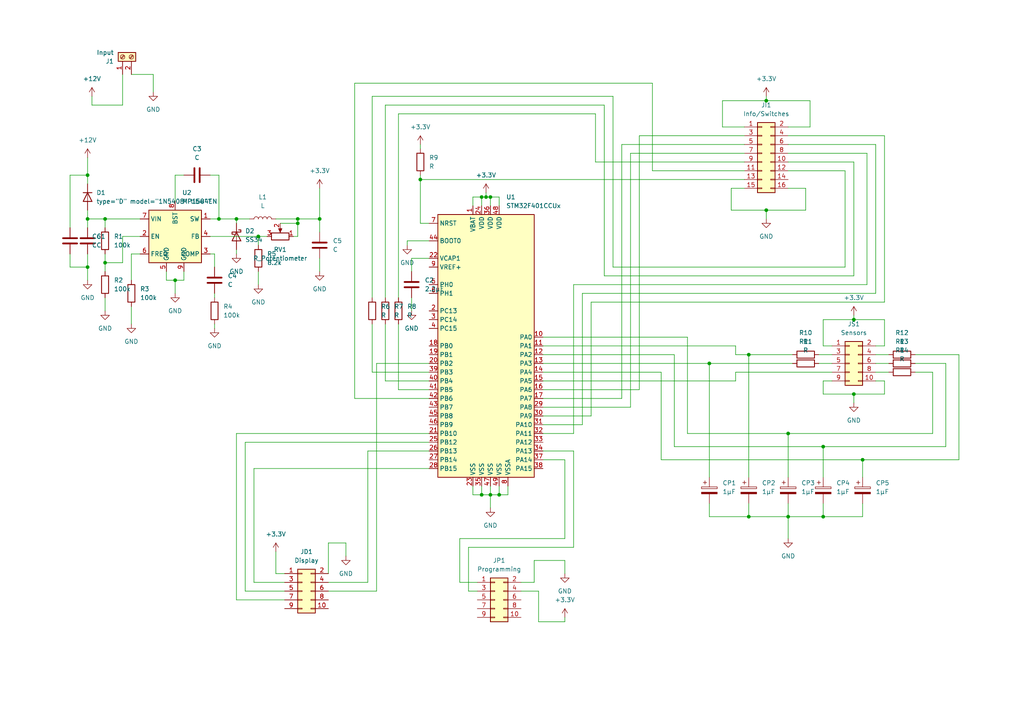
<source format=kicad_sch>
(kicad_sch (version 20211123) (generator eeschema)
  (paper "A4")
  (lib_symbols
    (symbol "Connector:Screw_Terminal_01x02" (pin_names (offset 1.016) hide)
      (property "Reference" "J" (at 0 2.54 0))
      (property "Value" "Screw_Terminal_01x02" (at 0 -5.08 0))
      (symbol "Screw_Terminal_01x02_1_1"
        (rectangle (start -1.27 1.27) (end 1.27 -3.81) (stroke (width 0.254)) (fill (type background)))
        (circle (center 0 -2.54) (radius 0.635) (stroke (width 0.1524)))
        (polyline (pts (xy -0.5334 -2.2098) (xy 0.3302 -3.048)) (stroke (width 0.1524)))
        (polyline (pts (xy -0.5334 0.3302) (xy 0.3302 -0.508)) (stroke (width 0.1524)))
        (polyline (pts (xy -0.3556 -2.032) (xy 0.508 -2.8702)) (stroke (width 0.1524)))
        (polyline (pts (xy -0.3556 0.508) (xy 0.508 -0.3302)) (stroke (width 0.1524)))
        (circle (center 0 0) (radius 0.635) (stroke (width 0.1524)))
        (pin passive line (at -5.08 0 0) (length 3.81) (name "Pin_1") (number "1"))
        (pin passive line (at -5.08 -2.54 0) (length 3.81) (name "Pin_2") (number "2"))
      )
    )
    (symbol "Connector_Generic:Conn_02x05_Odd_Even" (pin_names (offset 1.016) hide)
      (property "Reference" "J" (at 1.27 7.62 0))
      (property "Value" "Conn_02x05_Odd_Even" (at 1.27 -7.62 0))
      (symbol "Conn_02x05_Odd_Even_1_1"
        (rectangle (start -1.27 -4.953) (end 0 -5.207) (stroke (width 0.1524)))
        (rectangle (start -1.27 -2.413) (end 0 -2.667) (stroke (width 0.1524)))
        (rectangle (start -1.27 0.127) (end 0 -0.127) (stroke (width 0.1524)))
        (rectangle (start -1.27 2.667) (end 0 2.413) (stroke (width 0.1524)))
        (rectangle (start -1.27 5.207) (end 0 4.953) (stroke (width 0.1524)))
        (rectangle (start -1.27 6.35) (end 3.81 -6.35) (stroke (width 0.254)) (fill (type background)))
        (rectangle (start 3.81 -4.953) (end 2.54 -5.207) (stroke (width 0.1524)))
        (rectangle (start 3.81 -2.413) (end 2.54 -2.667) (stroke (width 0.1524)))
        (rectangle (start 3.81 0.127) (end 2.54 -0.127) (stroke (width 0.1524)))
        (rectangle (start 3.81 2.667) (end 2.54 2.413) (stroke (width 0.1524)))
        (rectangle (start 3.81 5.207) (end 2.54 4.953) (stroke (width 0.1524)))
        (pin passive line (at -5.08 5.08 0) (length 3.81) (name "Pin_1") (number "1"))
        (pin passive line (at 7.62 -5.08 180) (length 3.81) (name "Pin_10") (number "10"))
        (pin passive line (at 7.62 5.08 180) (length 3.81) (name "Pin_2") (number "2"))
        (pin passive line (at -5.08 2.54 0) (length 3.81) (name "Pin_3") (number "3"))
        (pin passive line (at 7.62 2.54 180) (length 3.81) (name "Pin_4") (number "4"))
        (pin passive line (at -5.08 0 0) (length 3.81) (name "Pin_5") (number "5"))
        (pin passive line (at 7.62 0 180) (length 3.81) (name "Pin_6") (number "6"))
        (pin passive line (at -5.08 -2.54 0) (length 3.81) (name "Pin_7") (number "7"))
        (pin passive line (at 7.62 -2.54 180) (length 3.81) (name "Pin_8") (number "8"))
        (pin passive line (at -5.08 -5.08 0) (length 3.81) (name "Pin_9") (number "9"))
      )
    )
    (symbol "Connector_Generic:Conn_02x08_Odd_Even" (pin_names (offset 1.016) hide)
      (property "Reference" "J" (at 1.27 10.16 0))
      (property "Value" "Conn_02x08_Odd_Even" (at 1.27 -12.7 0))
      (symbol "Conn_02x08_Odd_Even_1_1"
        (rectangle (start -1.27 -10.033) (end 0 -10.287) (stroke (width 0.1524)))
        (rectangle (start -1.27 -7.493) (end 0 -7.747) (stroke (width 0.1524)))
        (rectangle (start -1.27 -4.953) (end 0 -5.207) (stroke (width 0.1524)))
        (rectangle (start -1.27 -2.413) (end 0 -2.667) (stroke (width 0.1524)))
        (rectangle (start -1.27 0.127) (end 0 -0.127) (stroke (width 0.1524)))
        (rectangle (start -1.27 2.667) (end 0 2.413) (stroke (width 0.1524)))
        (rectangle (start -1.27 5.207) (end 0 4.953) (stroke (width 0.1524)))
        (rectangle (start -1.27 7.747) (end 0 7.493) (stroke (width 0.1524)))
        (rectangle (start -1.27 8.89) (end 3.81 -11.43) (stroke (width 0.254)) (fill (type background)))
        (rectangle (start 3.81 -10.033) (end 2.54 -10.287) (stroke (width 0.1524)))
        (rectangle (start 3.81 -7.493) (end 2.54 -7.747) (stroke (width 0.1524)))
        (rectangle (start 3.81 -4.953) (end 2.54 -5.207) (stroke (width 0.1524)))
        (rectangle (start 3.81 -2.413) (end 2.54 -2.667) (stroke (width 0.1524)))
        (rectangle (start 3.81 0.127) (end 2.54 -0.127) (stroke (width 0.1524)))
        (rectangle (start 3.81 2.667) (end 2.54 2.413) (stroke (width 0.1524)))
        (rectangle (start 3.81 5.207) (end 2.54 4.953) (stroke (width 0.1524)))
        (rectangle (start 3.81 7.747) (end 2.54 7.493) (stroke (width 0.1524)))
        (pin passive line (at -5.08 7.62 0) (length 3.81) (name "Pin_1") (number "1"))
        (pin passive line (at 7.62 -2.54 180) (length 3.81) (name "Pin_10") (number "10"))
        (pin passive line (at -5.08 -5.08 0) (length 3.81) (name "Pin_11") (number "11"))
        (pin passive line (at 7.62 -5.08 180) (length 3.81) (name "Pin_12") (number "12"))
        (pin passive line (at -5.08 -7.62 0) (length 3.81) (name "Pin_13") (number "13"))
        (pin passive line (at 7.62 -7.62 180) (length 3.81) (name "Pin_14") (number "14"))
        (pin passive line (at -5.08 -10.16 0) (length 3.81) (name "Pin_15") (number "15"))
        (pin passive line (at 7.62 -10.16 180) (length 3.81) (name "Pin_16") (number "16"))
        (pin passive line (at 7.62 7.62 180) (length 3.81) (name "Pin_2") (number "2"))
        (pin passive line (at -5.08 5.08 0) (length 3.81) (name "Pin_3") (number "3"))
        (pin passive line (at 7.62 5.08 180) (length 3.81) (name "Pin_4") (number "4"))
        (pin passive line (at -5.08 2.54 0) (length 3.81) (name "Pin_5") (number "5"))
        (pin passive line (at 7.62 2.54 180) (length 3.81) (name "Pin_6") (number "6"))
        (pin passive line (at -5.08 0 0) (length 3.81) (name "Pin_7") (number "7"))
        (pin passive line (at 7.62 0 180) (length 3.81) (name "Pin_8") (number "8"))
        (pin passive line (at -5.08 -2.54 0) (length 3.81) (name "Pin_9") (number "9"))
      )
    )
    (symbol "Device:C" (pin_numbers hide) (pin_names (offset 0.254))
      (property "Reference" "C" (at 0.635 2.54 0))
      (property "Value" "C" (at 0.635 -2.54 0))
      (symbol "C_0_1"
        (polyline (pts (xy -2.032 -0.762) (xy 2.032 -0.762)) (stroke (width 0.508)))
        (polyline (pts (xy -2.032 0.762) (xy 2.032 0.762)) (stroke (width 0.508)))
      )
      (symbol "C_1_1"
        (pin passive line (at 0 3.81 270) (length 2.794) (name "~") (number "1"))
        (pin passive line (at 0 -3.81 90) (length 2.794) (name "~") (number "2"))
      )
    )
    (symbol "Device:C_Polarized" (pin_numbers hide) (pin_names (offset 0.254))
      (property "Reference" "C" (at 0.635 2.54 0))
      (property "Value" "C_Polarized" (at 0.635 -2.54 0))
      (symbol "C_Polarized_0_1"
        (rectangle (start -2.286 0.508) (end 2.286 1.016))
        (polyline (pts (xy -1.778 2.286) (xy -0.762 2.286)))
        (polyline (pts (xy -1.27 2.794) (xy -1.27 1.778)))
        (rectangle (start 2.286 -0.508) (end -2.286 -1.016) (fill (type outline)))
      )
      (symbol "C_Polarized_1_1"
        (pin passive line (at 0 3.81 270) (length 2.794) (name "~") (number "1"))
        (pin passive line (at 0 -3.81 90) (length 2.794) (name "~") (number "2"))
      )
    )
    (symbol "Device:D_Schottky" (pin_numbers hide) (pin_names (offset 1.016) hide)
      (property "Reference" "D" (at 0 2.54 0))
      (property "Value" "D_Schottky" (at 0 -2.54 0))
      (symbol "D_Schottky_0_1"
        (polyline (pts (xy 1.27 0) (xy -1.27 0)))
        (polyline (pts (xy 1.27 1.27) (xy 1.27 -1.27) (xy -1.27 0) (xy 1.27 1.27)) (stroke (width 0.254)))
        (polyline (pts (xy -1.905 0.635) (xy -1.905 1.27) (xy -1.27 1.27) (xy -1.27 -1.27) (xy -0.635 -1.27) (xy -0.635 -0.635)) (stroke (width 0.254)))
      )
      (symbol "D_Schottky_1_1"
        (pin passive line (at -3.81 0 0) (length 2.54) (name "K") (number "1"))
        (pin passive line (at 3.81 0 180) (length 2.54) (name "A") (number "2"))
      )
    )
    (symbol "Device:L" (pin_numbers hide) (pin_names (offset 1.016) hide)
      (property "Reference" "L" (at -1.27 0 90))
      (property "Value" "L" (at 1.905 0 90))
      (symbol "L_0_1"
        (arc (start 0 -2.54) (mid 0.635 -1.905) (end 0 -1.27))
        (arc (start 0 -1.27) (mid 0.635 -0.635) (end 0 0))
        (arc (start 0 0) (mid 0.635 0.635) (end 0 1.27))
        (arc (start 0 1.27) (mid 0.635 1.905) (end 0 2.54))
      )
      (symbol "L_1_1"
        (pin passive line (at 0 3.81 270) (length 1.27) (name "1") (number "1"))
        (pin passive line (at 0 -3.81 90) (length 1.27) (name "2") (number "2"))
      )
    )
    (symbol "Device:R" (pin_numbers hide) (pin_names (offset 0))
      (property "Reference" "R" (at 2.032 0 90))
      (property "Value" "R" (at 0 0 90))
      (symbol "R_0_1"
        (rectangle (start -1.016 -2.54) (end 1.016 2.54) (stroke (width 0.254)))
      )
      (symbol "R_1_1"
        (pin passive line (at 0 3.81 270) (length 1.27) (name "~") (number "1"))
        (pin passive line (at 0 -3.81 90) (length 1.27) (name "~") (number "2"))
      )
    )
    (symbol "Device_custom:R_Potentiometer" (pin_names (offset 1.016) hide)
      (property "Reference" "RV" (at -4.445 0 90))
      (property "Value" "R_Potentiometer" (at -2.54 0 90))
      (symbol "R_Potentiometer_0_1"
        (polyline (pts (xy 2.54 0) (xy 1.524 0)))
        (polyline (pts (xy 1.143 0) (xy 2.286 0.508) (xy 2.286 -0.508) (xy 1.143 0)) (fill (type outline)))
        (rectangle (start 1.016 2.54) (end -1.016 -2.54) (stroke (width 0.254)))
      )
      (symbol "R_Potentiometer_1_1"
        (pin passive line (at 0 -3.81 90) (length 1.27) (name "1") (number "1"))
        (pin passive line (at 3.81 0 180) (length 1.27) (name "2") (number "2"))
        (pin passive line (at 0 3.81 270) (length 1.27) (name "3") (number "3"))
      )
    )
    (symbol "MCU_ST_STM32F4:STM32F401CCUx"
      (property "Reference" "U" (at -15.24 39.37 0))
      (property "Value" "STM32F401CCUx" (at 5.08 39.37 0))
      (symbol "STM32F401CCUx_0_1"
        (rectangle (start -15.24 -38.1) (end 12.7 38.1) (stroke (width 0.254)) (fill (type background)))
      )
      (symbol "STM32F401CCUx_1_1"
        (pin power_in line (at -5.08 40.64 270) (length 2.54) (name "VBAT") (number "1"))
        (pin bidirectional line (at 15.24 2.54 180) (length 2.54) (name "PA0") (number "10"))
        (pin bidirectional line (at 15.24 0 180) (length 2.54) (name "PA1") (number "11"))
        (pin bidirectional line (at 15.24 -2.54 180) (length 2.54) (name "PA2") (number "12"))
        (pin bidirectional line (at 15.24 -5.08 180) (length 2.54) (name "PA3") (number "13"))
        (pin bidirectional line (at 15.24 -7.62 180) (length 2.54) (name "PA4") (number "14"))
        (pin bidirectional line (at 15.24 -10.16 180) (length 2.54) (name "PA5") (number "15"))
        (pin bidirectional line (at 15.24 -12.7 180) (length 2.54) (name "PA6") (number "16"))
        (pin bidirectional line (at 15.24 -15.24 180) (length 2.54) (name "PA7") (number "17"))
        (pin bidirectional line (at -17.78 0 0) (length 2.54) (name "PB0") (number "18"))
        (pin bidirectional line (at -17.78 -2.54 0) (length 2.54) (name "PB1") (number "19"))
        (pin bidirectional line (at -17.78 10.16 0) (length 2.54) (name "PC13") (number "2"))
        (pin bidirectional line (at -17.78 -5.08 0) (length 2.54) (name "PB2") (number "20"))
        (pin bidirectional line (at -17.78 -25.4 0) (length 2.54) (name "PB10") (number "21"))
        (pin power_in line (at -17.78 25.4 0) (length 2.54) (name "VCAP1") (number "22"))
        (pin power_in line (at -5.08 -40.64 90) (length 2.54) (name "VSS") (number "23"))
        (pin power_in line (at -2.54 40.64 270) (length 2.54) (name "VDD") (number "24"))
        (pin bidirectional line (at -17.78 -27.94 0) (length 2.54) (name "PB12") (number "25"))
        (pin bidirectional line (at -17.78 -30.48 0) (length 2.54) (name "PB13") (number "26"))
        (pin bidirectional line (at -17.78 -33.02 0) (length 2.54) (name "PB14") (number "27"))
        (pin bidirectional line (at -17.78 -35.56 0) (length 2.54) (name "PB15") (number "28"))
        (pin bidirectional line (at 15.24 -17.78 180) (length 2.54) (name "PA8") (number "29"))
        (pin bidirectional line (at -17.78 7.62 0) (length 2.54) (name "PC14") (number "3"))
        (pin bidirectional line (at 15.24 -20.32 180) (length 2.54) (name "PA9") (number "30"))
        (pin bidirectional line (at 15.24 -22.86 180) (length 2.54) (name "PA10") (number "31"))
        (pin bidirectional line (at 15.24 -25.4 180) (length 2.54) (name "PA11") (number "32"))
        (pin bidirectional line (at 15.24 -27.94 180) (length 2.54) (name "PA12") (number "33"))
        (pin bidirectional line (at 15.24 -30.48 180) (length 2.54) (name "PA13") (number "34"))
        (pin power_in line (at -2.54 -40.64 90) (length 2.54) (name "VSS") (number "35"))
        (pin power_in line (at 0 40.64 270) (length 2.54) (name "VDD") (number "36"))
        (pin bidirectional line (at 15.24 -33.02 180) (length 2.54) (name "PA14") (number "37"))
        (pin bidirectional line (at 15.24 -35.56 180) (length 2.54) (name "PA15") (number "38"))
        (pin bidirectional line (at -17.78 -7.62 0) (length 2.54) (name "PB3") (number "39"))
        (pin bidirectional line (at -17.78 5.08 0) (length 2.54) (name "PC15") (number "4"))
        (pin bidirectional line (at -17.78 -10.16 0) (length 2.54) (name "PB4") (number "40"))
        (pin bidirectional line (at -17.78 -12.7 0) (length 2.54) (name "PB5") (number "41"))
        (pin bidirectional line (at -17.78 -15.24 0) (length 2.54) (name "PB6") (number "42"))
        (pin bidirectional line (at -17.78 -17.78 0) (length 2.54) (name "PB7") (number "43"))
        (pin input line (at -17.78 30.48 0) (length 2.54) (name "BOOT0") (number "44"))
        (pin bidirectional line (at -17.78 -20.32 0) (length 2.54) (name "PB8") (number "45"))
        (pin bidirectional line (at -17.78 -22.86 0) (length 2.54) (name "PB9") (number "46"))
        (pin power_in line (at 0 -40.64 90) (length 2.54) (name "VSS") (number "47"))
        (pin power_in line (at 2.54 40.64 270) (length 2.54) (name "VDD") (number "48"))
        (pin power_in line (at 2.54 -40.64 90) (length 2.54) (name "VSS") (number "49"))
        (pin input line (at -17.78 17.78 0) (length 2.54) (name "PH0") (number "5"))
        (pin input line (at -17.78 15.24 0) (length 2.54) (name "PH1") (number "6"))
        (pin input line (at -17.78 35.56 0) (length 2.54) (name "NRST") (number "7"))
        (pin power_in line (at 5.08 -40.64 90) (length 2.54) (name "VSSA") (number "8"))
        (pin power_in line (at -17.78 22.86 0) (length 2.54) (name "VREF+") (number "9"))
      )
    )
    (symbol "Regulator_Switching_custom:MP1584EN"
      (property "Reference" "U" (at -7.366 8.636 0))
      (property "Value" "MP1584EN" (at 6.985 8.89 0))
      (symbol "MP1584EN_0_0"
        (pin power_in line (at 2.54 -10.16 90) (length 2.54) (name "GND") (number "9"))
      )
      (symbol "MP1584EN_0_1"
        (rectangle (start -7.62 7.62) (end 7.62 -7.62) (stroke (width 0.254)) (fill (type background)))
      )
      (symbol "MP1584EN_1_1"
        (pin power_out line (at 10.16 5.08 180) (length 2.54) (name "SW") (number "1"))
        (pin input line (at -10.16 0 0) (length 2.54) (name "EN") (number "2"))
        (pin input line (at 10.16 -5.08 180) (length 2.54) (name "COMP") (number "3"))
        (pin input line (at 10.16 0 180) (length 2.54) (name "FB") (number "4"))
        (pin power_in line (at -2.54 -10.16 90) (length 2.54) (name "GND") (number "5"))
        (pin input line (at -10.16 -5.08 0) (length 2.54) (name "FREQ") (number "6"))
        (pin power_in line (at -10.16 5.08 0) (length 2.54) (name "VIN") (number "7"))
        (pin input line (at 0 10.16 270) (length 2.54) (name "BST") (number "8"))
      )
    )
    (symbol "Simulation_SPICE:DIODE" (pin_numbers hide) (pin_names (offset 1.016) hide)
      (property "Reference" "D" (at 0 2.54 0))
      (property "Value" "DIODE" (at 0 -2.54 0))
      (symbol "DIODE_0_1"
        (polyline (pts (xy 1.27 0) (xy -1.27 0)))
        (polyline (pts (xy 1.27 1.27) (xy 1.27 -1.27)) (stroke (width 0.254)))
        (polyline (pts (xy -1.27 -1.27) (xy -1.27 1.27) (xy 1.27 0) (xy -1.27 -1.27)) (stroke (width 0.254)))
      )
      (symbol "DIODE_1_1"
        (pin passive line (at -3.81 0 0) (length 2.54) (name "A") (number "1"))
        (pin passive line (at 3.81 0 180) (length 2.54) (name "K") (number "2"))
      )
    )
    (symbol "power:+12V" (power) (pin_names (offset 0))
      (property "Value" "+12V" (at 0 3.556 0))
      (symbol "+12V_0_1"
        (polyline (pts (xy -0.762 1.27) (xy 0 2.54)))
        (polyline (pts (xy 0 0) (xy 0 2.54)))
        (polyline (pts (xy 0 2.54) (xy 0.762 1.27)))
      )
      (symbol "+12V_1_1"
        (pin power_in line (at 0 0 90) (length 0) hide (name "+12V") (number "1"))
      )
    )
    (symbol "power:+3.3V" (power) (pin_names (offset 0))
      (property "Value" "+3.3V" (at 0 3.556 0))
      (symbol "+3.3V_0_1"
        (polyline (pts (xy -0.762 1.27) (xy 0 2.54)))
        (polyline (pts (xy 0 0) (xy 0 2.54)))
        (polyline (pts (xy 0 2.54) (xy 0.762 1.27)))
      )
      (symbol "+3.3V_1_1"
        (pin power_in line (at 0 0 90) (length 0) hide (name "+3.3V") (number "1"))
      )
    )
    (symbol "power:GND" (power) (pin_names (offset 0))
      (property "Value" "GND" (at 0 -3.81 0))
      (symbol "GND_0_1"
        (polyline (pts (xy 0 0) (xy 0 -1.27) (xy 1.27 -1.27) (xy 0 -2.54) (xy -1.27 -1.27) (xy 0 -1.27)))
      )
      (symbol "GND_1_1"
        (pin power_in line (at 0 0 270) (length 0) hide (name "GND") (number "1"))
      )
    )
  )
  (junction (at 30.48 63.5))
  (junction (at 50.8 81.28))
  (junction (at 139.7 143.51))
  (junction (at 222.25 60.96))
  (junction (at 142.24 57.15))
  (junction (at 217.17 149.86))
  (junction (at 228.6 149.86))
  (junction (at 121.92 52.07))
  (junction (at 217.17 102.87))
  (junction (at 86.36 64.77))
  (junction (at 63.5 63.5))
  (junction (at 142.24 143.51))
  (junction (at 74.93 68.58))
  (junction (at 140.97 57.15))
  (junction (at 247.65 114.3))
  (junction (at 30.48 76.2))
  (junction (at 144.78 143.51))
  (junction (at 25.4 50.8))
  (junction (at 238.76 149.86))
  (junction (at 247.65 92.71))
  (junction (at 250.19 133.35))
  (junction (at 139.7 57.15))
  (junction (at 238.76 129.54))
  (junction (at 68.58 63.5))
  (junction (at 222.25 29.21))
  (junction (at 25.4 63.5))
  (junction (at 25.4 77.47))
  (junction (at 92.71 63.5))
  (junction (at 228.6 125.73))
  (junction (at 205.74 105.41))
  (junction (at 86.36 63.5))
  (wire (pts (xy 20.32 73.66) (xy 20.32 77.47)))
  (wire (pts (xy 205.74 149.86) (xy 217.17 149.86)))
  (wire (pts (xy 50.8 81.28) (xy 50.8 85.09)))
  (wire (pts (xy 107.95 27.94) (xy 177.8 27.94)))
  (wire (pts (xy 35.56 68.58) (xy 35.56 76.2)))
  (wire (pts (xy 278.13 102.87) (xy 278.13 133.35)))
  (wire (pts (xy 107.95 107.95) (xy 107.95 93.98)))
  (wire (pts (xy 163.83 133.35) (xy 157.48 133.35)))
  (wire (pts (xy 140.97 57.15) (xy 142.24 57.15)))
  (wire (pts (xy 63.5 63.5) (xy 68.58 63.5)))
  (wire (pts (xy 156.21 171.45) (xy 151.13 171.45)))
  (wire (pts (xy 111.76 93.98) (xy 111.76 110.49)))
  (wire (pts (xy 213.36 100.33) (xy 213.36 102.87)))
  (wire (pts (xy 217.17 138.43) (xy 217.17 102.87)))
  (wire (pts (xy 180.34 41.91) (xy 215.9 41.91)))
  (wire (pts (xy 106.68 130.81) (xy 106.68 168.91)))
  (wire (pts (xy 228.6 125.73) (xy 228.6 138.43)))
  (wire (pts (xy 139.7 57.15) (xy 140.97 57.15)))
  (wire (pts (xy 247.65 114.3) (xy 247.65 116.84)))
  (wire (pts (xy 50.8 81.28) (xy 48.26 81.28)))
  (wire (pts (xy 124.46 125.73) (xy 68.58 125.73)))
  (wire (pts (xy 251.46 44.45) (xy 228.6 44.45)))
  (wire (pts (xy 209.55 36.83) (xy 209.55 29.21)))
  (wire (pts (xy 25.4 63.5) (xy 30.48 63.5)))
  (wire (pts (xy 30.48 76.2) (xy 30.48 78.74)))
  (wire (pts (xy 189.23 49.53) (xy 215.9 49.53)))
  (wire (pts (xy 139.7 57.15) (xy 139.7 59.69)))
  (wire (pts (xy 74.93 68.58) (xy 74.93 71.12)))
  (wire (pts (xy 81.28 64.77) (xy 86.36 64.77)))
  (wire (pts (xy 121.92 50.8) (xy 121.92 52.07)))
  (wire (pts (xy 115.57 86.36) (xy 115.57 33.02)))
  (wire (pts (xy 270.51 125.73) (xy 228.6 125.73)))
  (wire (pts (xy 74.93 68.58) (xy 77.47 68.58)))
  (wire (pts (xy 30.48 73.66) (xy 30.48 76.2)))
  (wire (pts (xy 228.6 149.86) (xy 228.6 156.21)))
  (wire (pts (xy 142.24 143.51) (xy 142.24 147.32)))
  (wire (pts (xy 68.58 173.99) (xy 82.55 173.99)))
  (wire (pts (xy 111.76 86.36) (xy 111.76 30.48)))
  (wire (pts (xy 168.91 85.09) (xy 168.91 123.19)))
  (wire (pts (xy 250.19 149.86) (xy 250.19 146.05)))
  (wire (pts (xy 238.76 146.05) (xy 238.76 149.86)))
  (wire (pts (xy 102.87 24.13) (xy 189.23 24.13)))
  (wire (pts (xy 139.7 140.97) (xy 139.7 143.51)))
  (wire (pts (xy 157.48 115.57) (xy 180.34 115.57)))
  (wire (pts (xy 238.76 129.54) (xy 238.76 138.43)))
  (wire (pts (xy 53.34 81.28) (xy 50.8 81.28)))
  (wire (pts (xy 163.83 179.07) (xy 163.83 180.34)))
  (wire (pts (xy 73.66 135.89) (xy 73.66 168.91)))
  (wire (pts (xy 217.17 149.86) (xy 228.6 149.86)))
  (wire (pts (xy 185.42 39.37) (xy 185.42 113.03)))
  (wire (pts (xy 222.25 60.96) (xy 212.09 60.96)))
  (wire (pts (xy 247.65 46.99) (xy 228.6 46.99)))
  (wire (pts (xy 106.68 168.91) (xy 95.25 168.91)))
  (wire (pts (xy 205.74 105.41) (xy 229.87 105.41)))
  (wire (pts (xy 157.48 105.41) (xy 205.74 105.41)))
  (wire (pts (xy 254 41.91) (xy 254 85.09)))
  (wire (pts (xy 25.4 77.47) (xy 25.4 81.28)))
  (wire (pts (xy 163.83 156.21) (xy 133.35 156.21)))
  (wire (pts (xy 86.36 64.77) (xy 86.36 63.5)))
  (wire (pts (xy 60.96 68.58) (xy 74.93 68.58)))
  (wire (pts (xy 241.3 100.33) (xy 238.76 100.33)))
  (wire (pts (xy 237.49 102.87) (xy 241.3 102.87)))
  (wire (pts (xy 251.46 82.55) (xy 251.46 44.45)))
  (wire (pts (xy 124.46 128.27) (xy 71.12 128.27)))
  (wire (pts (xy 163.83 133.35) (xy 163.83 156.21)))
  (wire (pts (xy 247.65 80.01) (xy 247.65 46.99)))
  (wire (pts (xy 175.26 30.48) (xy 175.26 80.01)))
  (wire (pts (xy 256.54 100.33) (xy 254 100.33)))
  (wire (pts (xy 215.9 36.83) (xy 209.55 36.83)))
  (wire (pts (xy 189.23 24.13) (xy 189.23 49.53)))
  (wire (pts (xy 144.78 143.51) (xy 147.32 143.51)))
  (wire (pts (xy 137.16 140.97) (xy 137.16 143.51)))
  (wire (pts (xy 217.17 102.87) (xy 229.87 102.87)))
  (wire (pts (xy 172.72 46.99) (xy 215.9 46.99)))
  (wire (pts (xy 50.8 50.8) (xy 50.8 58.42)))
  (wire (pts (xy 30.48 63.5) (xy 30.48 66.04)))
  (wire (pts (xy 71.12 128.27) (xy 71.12 171.45)))
  (wire (pts (xy 157.48 100.33) (xy 213.36 100.33)))
  (wire (pts (xy 228.6 54.61) (xy 233.68 54.61)))
  (wire (pts (xy 119.38 78.74) (xy 119.38 74.93)))
  (wire (pts (xy 215.9 39.37) (xy 185.42 39.37)))
  (wire (pts (xy 254 105.41) (xy 257.81 105.41)))
  (wire (pts (xy 157.48 118.11) (xy 182.88 118.11)))
  (wire (pts (xy 119.38 86.36) (xy 119.38 90.17)))
  (wire (pts (xy 115.57 93.98) (xy 115.57 113.03)))
  (wire (pts (xy 124.46 130.81) (xy 106.68 130.81)))
  (wire (pts (xy 256.54 87.63) (xy 256.54 39.37)))
  (wire (pts (xy 217.17 146.05) (xy 217.17 149.86)))
  (wire (pts (xy 205.74 146.05) (xy 205.74 149.86)))
  (wire (pts (xy 124.46 105.41) (xy 109.22 105.41)))
  (wire (pts (xy 124.46 113.03) (xy 115.57 113.03)))
  (wire (pts (xy 157.48 130.81) (xy 166.37 130.81)))
  (wire (pts (xy 166.37 130.81) (xy 166.37 158.75)))
  (wire (pts (xy 274.32 129.54) (xy 274.32 105.41)))
  (wire (pts (xy 30.48 63.5) (xy 40.64 63.5)))
  (wire (pts (xy 40.64 68.58) (xy 35.56 68.58)))
  (wire (pts (xy 157.48 107.95) (xy 191.77 107.95)))
  (wire (pts (xy 245.11 49.53) (xy 228.6 49.53)))
  (wire (pts (xy 35.56 30.48) (xy 26.67 30.48)))
  (wire (pts (xy 256.54 92.71) (xy 256.54 100.33)))
  (wire (pts (xy 245.11 77.47) (xy 245.11 49.53)))
  (wire (pts (xy 142.24 57.15) (xy 142.24 59.69)))
  (wire (pts (xy 215.9 54.61) (xy 212.09 54.61)))
  (wire (pts (xy 140.97 55.88) (xy 140.97 57.15)))
  (wire (pts (xy 118.11 69.85) (xy 118.11 71.12)))
  (wire (pts (xy 124.46 107.95) (xy 107.95 107.95)))
  (wire (pts (xy 222.25 60.96) (xy 222.25 63.5)))
  (wire (pts (xy 38.1 21.59) (xy 44.45 21.59)))
  (wire (pts (xy 228.6 125.73) (xy 199.39 125.73)))
  (wire (pts (xy 92.71 74.93) (xy 92.71 78.74)))
  (wire (pts (xy 228.6 149.86) (xy 238.76 149.86)))
  (wire (pts (xy 233.68 60.96) (xy 222.25 60.96)))
  (wire (pts (xy 156.21 180.34) (xy 156.21 171.45)))
  (wire (pts (xy 177.8 77.47) (xy 245.11 77.47)))
  (wire (pts (xy 124.46 135.89) (xy 73.66 135.89)))
  (wire (pts (xy 119.38 74.93) (xy 124.46 74.93)))
  (wire (pts (xy 171.45 87.63) (xy 256.54 87.63)))
  (wire (pts (xy 137.16 57.15) (xy 139.7 57.15)))
  (wire (pts (xy 241.3 110.49) (xy 238.76 110.49)))
  (wire (pts (xy 191.77 133.35) (xy 250.19 133.35)))
  (wire (pts (xy 256.54 39.37) (xy 228.6 39.37)))
  (wire (pts (xy 144.78 57.15) (xy 144.78 59.69)))
  (wire (pts (xy 157.48 110.49) (xy 213.36 110.49)))
  (wire (pts (xy 222.25 29.21) (xy 234.95 29.21)))
  (wire (pts (xy 60.96 50.8) (xy 63.5 50.8)))
  (wire (pts (xy 171.45 120.65) (xy 171.45 87.63)))
  (wire (pts (xy 20.32 50.8) (xy 20.32 66.04)))
  (wire (pts (xy 213.36 102.87) (xy 217.17 102.87)))
  (wire (pts (xy 53.34 78.74) (xy 53.34 81.28)))
  (wire (pts (xy 180.34 115.57) (xy 180.34 41.91)))
  (wire (pts (xy 166.37 125.73) (xy 166.37 82.55)))
  (wire (pts (xy 254 85.09) (xy 168.91 85.09)))
  (wire (pts (xy 102.87 115.57) (xy 124.46 115.57)))
  (wire (pts (xy 144.78 140.97) (xy 144.78 143.51)))
  (wire (pts (xy 166.37 82.55) (xy 251.46 82.55)))
  (wire (pts (xy 250.19 133.35) (xy 278.13 133.35)))
  (wire (pts (xy 213.36 107.95) (xy 241.3 107.95)))
  (wire (pts (xy 109.22 105.41) (xy 109.22 171.45)))
  (wire (pts (xy 137.16 59.69) (xy 137.16 57.15)))
  (wire (pts (xy 38.1 73.66) (xy 40.64 73.66)))
  (wire (pts (xy 234.95 29.21) (xy 234.95 36.83)))
  (wire (pts (xy 191.77 107.95) (xy 191.77 133.35)))
  (wire (pts (xy 62.23 93.98) (xy 62.23 95.25)))
  (wire (pts (xy 68.58 125.73) (xy 68.58 173.99)))
  (wire (pts (xy 115.57 33.02) (xy 172.72 33.02)))
  (wire (pts (xy 182.88 118.11) (xy 182.88 44.45)))
  (wire (pts (xy 185.42 113.03) (xy 157.48 113.03)))
  (wire (pts (xy 265.43 105.41) (xy 274.32 105.41)))
  (wire (pts (xy 254 102.87) (xy 257.81 102.87)))
  (wire (pts (xy 25.4 50.8) (xy 25.4 53.34)))
  (wire (pts (xy 172.72 33.02) (xy 172.72 46.99)))
  (wire (pts (xy 107.95 86.36) (xy 107.95 27.94)))
  (wire (pts (xy 205.74 105.41) (xy 205.74 138.43)))
  (wire (pts (xy 121.92 52.07) (xy 121.92 64.77)))
  (wire (pts (xy 228.6 146.05) (xy 228.6 149.86)))
  (wire (pts (xy 238.76 110.49) (xy 238.76 114.3)))
  (wire (pts (xy 151.13 168.91) (xy 154.94 168.91)))
  (wire (pts (xy 238.76 149.86) (xy 250.19 149.86)))
  (wire (pts (xy 195.58 129.54) (xy 238.76 129.54)))
  (wire (pts (xy 71.12 171.45) (xy 82.55 171.45)))
  (wire (pts (xy 163.83 162.56) (xy 163.83 166.37)))
  (wire (pts (xy 247.65 91.44) (xy 247.65 92.71)))
  (wire (pts (xy 209.55 29.21) (xy 222.25 29.21)))
  (wire (pts (xy 166.37 158.75) (xy 135.89 158.75)))
  (wire (pts (xy 247.65 114.3) (xy 256.54 114.3)))
  (wire (pts (xy 53.34 50.8) (xy 50.8 50.8)))
  (wire (pts (xy 102.87 24.13) (xy 102.87 115.57)))
  (wire (pts (xy 124.46 110.49) (xy 111.76 110.49)))
  (wire (pts (xy 137.16 143.51) (xy 139.7 143.51)))
  (wire (pts (xy 135.89 171.45) (xy 138.43 171.45)))
  (wire (pts (xy 35.56 76.2) (xy 30.48 76.2)))
  (wire (pts (xy 256.54 114.3) (xy 256.54 110.49)))
  (wire (pts (xy 215.9 52.07) (xy 121.92 52.07)))
  (wire (pts (xy 265.43 107.95) (xy 270.51 107.95)))
  (wire (pts (xy 63.5 50.8) (xy 63.5 63.5)))
  (wire (pts (xy 238.76 92.71) (xy 247.65 92.71)))
  (wire (pts (xy 233.68 54.61) (xy 233.68 60.96)))
  (wire (pts (xy 80.01 166.37) (xy 82.55 166.37)))
  (wire (pts (xy 48.26 81.28) (xy 48.26 78.74)))
  (wire (pts (xy 20.32 77.47) (xy 25.4 77.47)))
  (wire (pts (xy 74.93 78.74) (xy 74.93 82.55)))
  (wire (pts (xy 157.48 125.73) (xy 166.37 125.73)))
  (wire (pts (xy 38.1 73.66) (xy 38.1 81.28)))
  (wire (pts (xy 86.36 68.58) (xy 86.36 64.77)))
  (wire (pts (xy 62.23 73.66) (xy 62.23 77.47)))
  (wire (pts (xy 92.71 54.61) (xy 92.71 63.5)))
  (wire (pts (xy 157.48 102.87) (xy 195.58 102.87)))
  (wire (pts (xy 222.25 27.94) (xy 222.25 29.21)))
  (wire (pts (xy 177.8 27.94) (xy 177.8 77.47)))
  (wire (pts (xy 270.51 107.95) (xy 270.51 125.73)))
  (wire (pts (xy 30.48 86.36) (xy 30.48 90.17)))
  (wire (pts (xy 139.7 143.51) (xy 142.24 143.51)))
  (wire (pts (xy 68.58 72.39) (xy 68.58 73.66)))
  (wire (pts (xy 256.54 110.49) (xy 254 110.49)))
  (wire (pts (xy 142.24 143.51) (xy 144.78 143.51)))
  (wire (pts (xy 100.33 157.48) (xy 95.25 157.48)))
  (wire (pts (xy 195.58 102.87) (xy 195.58 129.54)))
  (wire (pts (xy 142.24 57.15) (xy 144.78 57.15)))
  (wire (pts (xy 135.89 158.75) (xy 135.89 171.45)))
  (wire (pts (xy 254 107.95) (xy 257.81 107.95)))
  (wire (pts (xy 20.32 50.8) (xy 25.4 50.8)))
  (wire (pts (xy 265.43 102.87) (xy 278.13 102.87)))
  (wire (pts (xy 35.56 21.59) (xy 35.56 30.48)))
  (wire (pts (xy 25.4 45.72) (xy 25.4 50.8)))
  (wire (pts (xy 111.76 30.48) (xy 175.26 30.48)))
  (wire (pts (xy 86.36 63.5) (xy 92.71 63.5)))
  (wire (pts (xy 238.76 100.33) (xy 238.76 92.71)))
  (wire (pts (xy 250.19 133.35) (xy 250.19 138.43)))
  (wire (pts (xy 60.96 63.5) (xy 63.5 63.5)))
  (wire (pts (xy 26.67 30.48) (xy 26.67 27.94)))
  (wire (pts (xy 121.92 41.91) (xy 121.92 43.18)))
  (wire (pts (xy 154.94 168.91) (xy 154.94 162.56)))
  (wire (pts (xy 92.71 63.5) (xy 92.71 67.31)))
  (wire (pts (xy 62.23 86.36) (xy 62.23 85.09)))
  (wire (pts (xy 25.4 73.66) (xy 25.4 77.47)))
  (wire (pts (xy 133.35 168.91) (xy 138.43 168.91)))
  (wire (pts (xy 213.36 110.49) (xy 213.36 107.95)))
  (wire (pts (xy 100.33 161.29) (xy 100.33 157.48)))
  (wire (pts (xy 182.88 44.45) (xy 215.9 44.45)))
  (wire (pts (xy 154.94 162.56) (xy 163.83 162.56)))
  (wire (pts (xy 68.58 63.5) (xy 72.39 63.5)))
  (wire (pts (xy 124.46 69.85) (xy 118.11 69.85)))
  (wire (pts (xy 157.48 120.65) (xy 171.45 120.65)))
  (wire (pts (xy 44.45 21.59) (xy 44.45 26.67)))
  (wire (pts (xy 238.76 114.3) (xy 247.65 114.3)))
  (wire (pts (xy 234.95 36.83) (xy 228.6 36.83)))
  (wire (pts (xy 25.4 63.5) (xy 25.4 66.04)))
  (wire (pts (xy 38.1 88.9) (xy 38.1 93.98)))
  (wire (pts (xy 95.25 166.37) (xy 95.25 157.48)))
  (wire (pts (xy 147.32 143.51) (xy 147.32 140.97)))
  (wire (pts (xy 228.6 41.91) (xy 254 41.91)))
  (wire (pts (xy 73.66 168.91) (xy 82.55 168.91)))
  (wire (pts (xy 142.24 140.97) (xy 142.24 143.51)))
  (wire (pts (xy 247.65 92.71) (xy 256.54 92.71)))
  (wire (pts (xy 95.25 171.45) (xy 109.22 171.45)))
  (wire (pts (xy 175.26 80.01) (xy 247.65 80.01)))
  (wire (pts (xy 80.01 160.02) (xy 80.01 166.37)))
  (wire (pts (xy 237.49 105.41) (xy 241.3 105.41)))
  (wire (pts (xy 199.39 97.79) (xy 199.39 125.73)))
  (wire (pts (xy 238.76 129.54) (xy 274.32 129.54)))
  (wire (pts (xy 157.48 97.79) (xy 199.39 97.79)))
  (wire (pts (xy 212.09 54.61) (xy 212.09 60.96)))
  (wire (pts (xy 133.35 156.21) (xy 133.35 168.91)))
  (wire (pts (xy 121.92 64.77) (xy 124.46 64.77)))
  (wire (pts (xy 60.96 73.66) (xy 62.23 73.66)))
  (wire (pts (xy 85.09 68.58) (xy 86.36 68.58)))
  (wire (pts (xy 68.58 63.5) (xy 68.58 64.77)))
  (wire (pts (xy 25.4 60.96) (xy 25.4 63.5)))
  (wire (pts (xy 168.91 123.19) (xy 157.48 123.19)))
  (wire (pts (xy 163.83 180.34) (xy 156.21 180.34)))
  (wire (pts (xy 80.01 63.5) (xy 86.36 63.5)))
  (symbol (lib_id "power:+3.3V") (at 121.92 41.91 0) (unit 1)
    (property "Reference" "#PWR0102" (effects hide))
    (property "Value" "+3.3V" (at 121.92 36.83 0))
  )
  (symbol (lib_id "power:GND") (at 62.23 95.25 0) (unit 1)
    (property "Reference" "#PWR0117" (effects hide))
    (property "Value" "GND" (at 62.23 100.33 0))
  )
  (symbol (lib_id "power:+3.3V") (at 80.01 160.02 0) (unit 1)
    (property "Reference" "#PWR0116" (effects hide))
    (property "Value" "+3.3V" (at 80.01 154.94 0))
  )
  (symbol (lib_id "Device:R") (at 111.76 90.17 180) (unit 1)
    (property "Reference" "R7" (at 114.3 88.8999 0) (effects (justify right)))
    (property "Value" "R" (at 114.3 91.4399 0) (effects (justify right)))
    (property "Footprint" "Resistor_SMD:R_0603_1608Metric" (effects hide))
  )
  (symbol (lib_id "Device:R") (at 233.68 105.41 90) (unit 1)
    (property "Reference" "R11" (at 233.68 99.06 90))
    (property "Value" "R" (at 233.68 101.6 90))
    (property "Footprint" "Resistor_THT:R_Axial_DIN0309_L9.0mm_D3.2mm_P12.70mm_Horizontal" (effects hide))
  )
  (symbol (lib_id "Device:C") (at 119.38 82.55 180) (unit 1)
    (property "Reference" "C2" (at 123.19 81.2799 0) (effects (justify right)))
    (property "Value" "2.2µF" (at 123.19 83.8199 0) (effects (justify right)))
    (property "Footprint" "Capacitor_SMD:C_0402_1005Metric" (effects hide))
  )
  (symbol (lib_id "Connector:Screw_Terminal_01x02") (at 35.56 16.51 90) (unit 1)
    (property "Reference" "J1" (at 33.02 17.7801 90) (effects (justify left)))
    (property "Value" "Input" (at 33.02 15.2401 90) (effects (justify left)))
    (property "Footprint" "TerminalBlock:TerminalBlock_Altech_AK300-2_P5.00mm" (effects hide))
  )
  (symbol (lib_id "Device:R") (at 74.93 74.93 180) (unit 1)
    (property "Reference" "R5" (at 77.47 73.6599 0) (effects (justify right)))
    (property "Value" "8.2k" (at 77.47 76.1999 0) (effects (justify right)))
    (property "Footprint" "Resistor_SMD:R_0603_1608Metric" (effects hide))
  )
  (symbol (lib_id "Device:C") (at 57.15 50.8 90) (unit 1)
    (property "Reference" "C3" (at 57.15 43.18 90))
    (property "Value" "C" (at 57.15 45.72 90))
    (property "Footprint" "Capacitor_SMD:C_0603_1608Metric" (effects hide))
  )
  (symbol (lib_id "power:GND") (at 25.4 81.28 0) (unit 1)
    (property "Reference" "#PWR0119" (effects hide))
    (property "Value" "GND" (at 25.4 86.36 0))
  )
  (symbol (lib_id "Device:L") (at 76.2 63.5 90) (unit 1)
    (property "Reference" "L1" (at 76.2 57.15 90))
    (property "Value" "L" (at 76.2 59.69 90))
    (property "Footprint" "Inductor_SMD:L_Bourns_SRP7028A_7.3x6.6mm" (effects hide))
  )
  (symbol (lib_id "power:GND") (at 38.1 93.98 0) (unit 1)
    (property "Reference" "#PWR0120" (effects hide))
    (property "Value" "GND" (at 38.1 99.06 0))
  )
  (symbol (lib_id "power:GND") (at 222.25 63.5 0) (unit 1)
    (property "Reference" "#PWR0107" (effects hide))
    (property "Value" "GND" (at 222.25 68.58 0))
  )
  (symbol (lib_id "Connector_Generic:Conn_02x08_Odd_Even") (at 220.98 44.45 0) (unit 1)
    (property "Reference" "JI1" (at 222.25 30.48 0))
    (property "Value" "Info/Switches" (at 222.25 33.02 0))
    (property "Footprint" "Connector_PinHeader_2.54mm:PinHeader_2x08_P2.54mm_Vertical" (effects hide))
  )
  (symbol (lib_id "Device:R") (at 261.62 105.41 90) (unit 1)
    (property "Reference" "R13" (at 261.62 99.06 90))
    (property "Value" "R" (at 261.62 101.6 90))
    (property "Footprint" "Resistor_THT:R_Axial_DIN0309_L9.0mm_D3.2mm_P12.70mm_Horizontal" (effects hide))
  )
  (symbol (lib_id "power:GND") (at 228.6 156.21 0) (unit 1)
    (property "Reference" "#PWR0109" (effects hide))
    (property "Value" "GND" (at 228.6 161.29 0))
  )
  (symbol (lib_id "Regulator_Switching_custom:MP1584EN") (at 50.8 68.58 0) (unit 1)
    (property "Reference" "U2" (at 52.8194 55.88 0) (effects (justify left)))
    (property "Value" "MP1584EN" (at 52.8194 58.42 0) (effects (justify left)))
    (property "Footprint" "Package_SO:SOIC-8-1EP_3.9x4.9mm_P1.27mm_EP2.62x3.51mm" (effects hide))
    (property "Datasheet" "https://www.monolithicpower.com/pub/media/document/MP2303A_r1.1.pdf" (effects hide))
  )
  (symbol (lib_id "Device:R") (at 62.23 90.17 180) (unit 1)
    (property "Reference" "R4" (at 64.77 88.8999 0) (effects (justify right)))
    (property "Value" "100k" (at 64.77 91.4399 0) (effects (justify right)))
    (property "Footprint" "Resistor_SMD:R_0603_1608Metric" (effects hide))
  )
  (symbol (lib_id "Device:D_Schottky") (at 68.58 68.58 270) (unit 1)
    (property "Reference" "D2" (at 71.12 66.9924 90) (effects (justify left)))
    (property "Value" "SS34" (at 71.12 69.5324 90) (effects (justify left)))
    (property "Footprint" "Diode_SMD:D_SMC" (effects hide))
  )
  (symbol (lib_id "Device:R") (at 30.48 82.55 180) (unit 1)
    (property "Reference" "R2" (at 33.02 81.2799 0) (effects (justify right)))
    (property "Value" "100k" (at 33.02 83.8199 0) (effects (justify right)))
    (property "Footprint" "Resistor_SMD:R_0603_1608Metric" (effects hide))
  )
  (symbol (lib_id "Device:R") (at 38.1 85.09 180) (unit 1)
    (property "Reference" "R3" (at 40.64 83.8199 0) (effects (justify right)))
    (property "Value" "100k" (at 40.64 86.3599 0) (effects (justify right)))
    (property "Footprint" "Resistor_SMD:R_0603_1608Metric" (effects hide))
  )
  (symbol (lib_id "Device:R") (at 233.68 102.87 90) (unit 1)
    (property "Reference" "R10" (at 233.68 96.52 90))
    (property "Value" "R" (at 233.68 99.06 90))
    (property "Footprint" "Resistor_THT:R_Axial_DIN0309_L9.0mm_D3.2mm_P12.70mm_Horizontal" (effects hide))
  )
  (symbol (lib_id "Device:C_Polarized") (at 217.17 142.24 0) (unit 1)
    (property "Reference" "CP2" (at 220.98 140.0809 0) (effects (justify left)))
    (property "Value" "1µF" (at 220.98 142.6209 0) (effects (justify left)))
    (property "Footprint" "Capacitor_THT:C_Rect_L10.0mm_W3.0mm_P7.50mm_MKS4" (effects hide))
  )
  (symbol (lib_id "Device:C_Polarized") (at 228.6 142.24 0) (unit 1)
    (property "Reference" "CP3" (at 232.41 140.0809 0) (effects (justify left)))
    (property "Value" "1µF" (at 232.41 142.6209 0) (effects (justify left)))
    (property "Footprint" "Capacitor_THT:C_Rect_L10.0mm_W3.0mm_P7.50mm_MKS4" (effects hide))
  )
  (symbol (lib_id "Device:C") (at 20.32 69.85 180) (unit 1)
    (property "Reference" "C6" (at 26.67 68.5799 0) (effects (justify right)))
    (property "Value" "C" (at 26.67 71.1199 0) (effects (justify right)))
    (property "Footprint" "Capacitor_SMD:C_1206_3216Metric" (effects hide))
  )
  (symbol (lib_id "Device:R") (at 261.62 102.87 270) (unit 1)
    (property "Reference" "R12" (at 261.62 96.52 90))
    (property "Value" "R" (at 261.62 99.06 90))
    (property "Footprint" "Resistor_THT:R_Axial_DIN0309_L9.0mm_D3.2mm_P12.70mm_Horizontal" (effects hide))
  )
  (symbol (lib_id "Device:C_Polarized") (at 205.74 142.24 0) (unit 1)
    (property "Reference" "CP1" (at 209.55 140.0809 0) (effects (justify left)))
    (property "Value" "1µF" (at 209.55 142.6209 0) (effects (justify left)))
    (property "Footprint" "Capacitor_THT:C_Rect_L10.0mm_W3.0mm_P7.50mm_MKS4" (effects hide))
  )
  (symbol (lib_id "power:GND") (at 68.58 73.66 0) (unit 1)
    (property "Reference" "#PWR0111" (effects hide))
    (property "Value" "GND" (at 68.58 78.74 0))
  )
  (symbol (lib_id "Device:C_Polarized") (at 238.76 142.24 0) (unit 1)
    (property "Reference" "CP4" (at 242.57 140.0809 0) (effects (justify left)))
    (property "Value" "1µF" (at 242.57 142.6209 0) (effects (justify left)))
    (property "Footprint" "Capacitor_THT:C_Rect_L10.0mm_W3.0mm_P7.50mm_MKS4" (effects hide))
  )
  (symbol (lib_id "power:GND") (at 142.24 147.32 0) (unit 1)
    (property "Reference" "#PWR0114" (effects hide))
    (property "Value" "GND" (at 142.24 152.4 0))
  )
  (symbol (lib_id "power:GND") (at 74.93 82.55 0) (unit 1)
    (property "Reference" "#PWR0112" (effects hide))
    (property "Value" "GND" (at 74.93 87.63 0))
  )
  (symbol (lib_id "Device:C_Polarized") (at 250.19 142.24 0) (unit 1)
    (property "Reference" "CP5" (at 254 140.0809 0) (effects (justify left)))
    (property "Value" "1µF" (at 254 142.6209 0) (effects (justify left)))
    (property "Footprint" "Capacitor_THT:C_Rect_L10.0mm_W3.0mm_P7.50mm_MKS4" (effects hide))
  )
  (symbol (lib_id "power:GND") (at 100.33 161.29 0) (unit 1)
    (property "Reference" "#PWR0115" (effects hide))
    (property "Value" "GND" (at 100.33 166.37 0))
  )
  (symbol (lib_id "power:GND") (at 92.71 78.74 0) (unit 1)
    (property "Reference" "#PWR0105" (effects hide))
    (property "Value" "GND" (at 92.71 83.82 0))
  )
  (symbol (lib_id "power:+12V") (at 26.67 27.94 0) (unit 1)
    (property "Reference" "#PWR0123" (effects hide))
    (property "Value" "+12V" (at 26.67 22.86 0))
  )
  (symbol (lib_id "Device:R") (at 107.95 90.17 180) (unit 1)
    (property "Reference" "R6" (at 110.49 88.8999 0) (effects (justify right)))
    (property "Value" "R" (at 110.49 91.4399 0) (effects (justify right)))
    (property "Footprint" "Resistor_SMD:R_0603_1608Metric" (effects hide))
  )
  (symbol (lib_id "power:GND") (at 44.45 26.67 0) (unit 1)
    (property "Reference" "#PWR0124" (effects hide))
    (property "Value" "GND" (at 44.45 31.75 0))
  )
  (symbol (lib_id "Device:C") (at 92.71 71.12 180) (unit 1)
    (property "Reference" "C5" (at 96.52 69.8499 0) (effects (justify right)))
    (property "Value" "C" (at 96.52 72.3899 0) (effects (justify right)))
    (property "Footprint" "Capacitor_SMD:C_1206_3216Metric" (effects hide))
  )
  (symbol (lib_id "Connector_Generic:Conn_02x05_Odd_Even") (at 143.51 173.99 0) (unit 1)
    (property "Reference" "JP1" (at 144.78 162.56 0))
    (property "Value" "Programming" (at 144.78 165.1 0))
    (property "Footprint" "Connector_PinHeader_2.54mm:PinHeader_2x05_P2.54mm_Vertical" (effects hide))
  )
  (symbol (lib_id "Device:R") (at 261.62 107.95 90) (unit 1)
    (property "Reference" "R14" (at 261.62 101.6 90))
    (property "Value" "R" (at 261.62 104.14 90))
    (property "Footprint" "Resistor_THT:R_Axial_DIN0309_L9.0mm_D3.2mm_P12.70mm_Horizontal" (effects hide))
  )
  (symbol (lib_id "power:GND") (at 50.8 85.09 0) (unit 1)
    (property "Reference" "#PWR0118" (effects hide))
    (property "Value" "GND" (at 50.8 90.17 0))
  )
  (symbol (lib_id "Device_custom:R_Potentiometer") (at 81.28 68.58 90) (unit 1)
    (property "Reference" "RV1" (at 81.28 72.39 90))
    (property "Value" "R_Potentiometer" (at 81.28 74.93 90))
    (property "Footprint" "Potentiometer_SMD:Potentiometer_Bourns_TC33X_Vertical" (effects hide))
  )
  (symbol (lib_id "power:+3.3V") (at 247.65 91.44 0) (unit 1)
    (property "Reference" "#PWR0108" (effects hide))
    (property "Value" "+3.3V" (at 247.65 86.36 0))
  )
  (symbol (lib_id "power:+3.3V") (at 222.25 27.94 0) (unit 1)
    (property "Reference" "#PWR0106" (effects hide))
    (property "Value" "+3.3V" (at 222.25 22.86 0))
  )
  (symbol (lib_id "MCU_ST_STM32F4:STM32F401CCUx") (at 142.24 100.33 0) (unit 1)
    (property "Reference" "U1" (at 146.7994 57.15 0) (effects (justify left)))
    (property "Value" "STM32F401CCUx" (at 146.7994 59.69 0) (effects (justify left)))
    (property "Footprint" "Package_DFN_QFN:QFN-48-1EP_7x7mm_P0.5mm_EP5.6x5.6mm" (effects hide))
    (property "Datasheet" "http://www.st.com/st-web-ui/static/active/en/resource/technical/document/datasheet/DM00086815.pdf" (effects hide))
  )
  (symbol (lib_id "power:GND") (at 163.83 166.37 0) (unit 1)
    (property "Reference" "#PWR0125" (effects hide))
    (property "Value" "GND" (at 163.83 171.45 0))
  )
  (symbol (lib_id "power:+3.3V") (at 92.71 54.61 0) (unit 1)
    (property "Reference" "#PWR0113" (effects hide))
    (property "Value" "+3.3V" (at 92.71 49.53 0))
  )
  (symbol (lib_id "Device:R") (at 121.92 46.99 180) (unit 1)
    (property "Reference" "R9" (at 124.46 45.7199 0) (effects (justify right)))
    (property "Value" "R" (at 124.46 48.2599 0) (effects (justify right)))
    (property "Footprint" "Resistor_SMD:R_0603_1608Metric" (effects hide))
  )
  (symbol (lib_id "Simulation_SPICE:DIODE") (at 25.4 57.15 90) (unit 1)
    (property "Reference" "D1" (at 27.94 55.8799 90) (effects (justify right)))
    (property "Value" "1N5408" (at 27.94 58.4199 90) (effects (justify right)))
    (property "Footprint" "Diode_THT:D_DO-41_SOD81_P12.70mm_Horizontal" (effects hide))
    (property "Spice_Netlist_Enabled" "Y" (effects hide))
    (property "Spice_Primitive" "D" (effects hide))
  )
  (symbol (lib_id "power:+3.3V") (at 140.97 55.88 0) (unit 1)
    (property "Reference" "#PWR0101" (effects hide))
    (property "Value" "+3.3V" (at 140.97 50.8 0))
  )
  (symbol (lib_id "power:+3.3V") (at 163.83 179.07 0) (unit 1)
    (property "Reference" "#PWR0126" (effects hide))
    (property "Value" "+3.3V" (at 163.83 173.99 0))
  )
  (symbol (lib_id "Device:R") (at 115.57 90.17 180) (unit 1)
    (property "Reference" "R8" (at 118.11 88.8999 0) (effects (justify right)))
    (property "Value" "R" (at 118.11 91.4399 0) (effects (justify right)))
    (property "Footprint" "Resistor_SMD:R_0603_1608Metric" (effects hide))
  )
  (symbol (lib_id "Connector_Generic:Conn_02x05_Odd_Even") (at 87.63 171.45 0) (unit 1)
    (property "Reference" "JD1" (at 88.9 160.02 0))
    (property "Value" "Display" (at 88.9 162.56 0))
    (property "Footprint" "Connector_PinHeader_2.54mm:PinHeader_2x05_P2.54mm_Vertical" (effects hide))
  )
  (symbol (lib_id "power:GND") (at 30.48 90.17 0) (unit 1)
    (property "Reference" "#PWR0121" (effects hide))
    (property "Value" "GND" (at 30.48 95.25 0))
  )
  (symbol (lib_id "Connector_Generic:Conn_02x05_Odd_Even") (at 246.38 105.41 0) (unit 1)
    (property "Reference" "JS1" (at 247.65 93.98 0))
    (property "Value" "Sensors" (at 247.65 96.52 0))
    (property "Footprint" "Connector_PinHeader_2.54mm:PinHeader_2x05_P2.54mm_Vertical" (effects hide))
  )
  (symbol (lib_id "Device:C") (at 62.23 81.28 180) (unit 1)
    (property "Reference" "C4" (at 66.04 80.0099 0) (effects (justify right)))
    (property "Value" "C" (at 66.04 82.5499 0) (effects (justify right)))
    (property "Footprint" "Capacitor_SMD:C_0603_1608Metric" (effects hide))
  )
  (symbol (lib_id "power:GND") (at 118.11 71.12 0) (unit 1)
    (property "Reference" "#PWR0104" (effects hide))
    (property "Value" "GND" (at 118.11 76.2 0))
  )
  (symbol (lib_id "power:GND") (at 119.38 90.17 0) (unit 1)
    (property "Reference" "#PWR0103" (effects hide))
    (property "Value" "GND" (at 119.38 95.25 0))
  )
  (symbol (lib_id "power:+12V") (at 25.4 45.72 0) (unit 1)
    (property "Reference" "#PWR0122" (effects hide))
    (property "Value" "+12V" (at 25.4 40.64 0))
  )
  (symbol (lib_id "Device:R") (at 30.48 69.85 180) (unit 1)
    (property "Reference" "R1" (at 33.02 68.5799 0) (effects (justify right)))
    (property "Value" "100k" (at 33.02 71.1199 0) (effects (justify right)))
    (property "Footprint" "Resistor_SMD:R_0603_1608Metric" (effects hide))
  )
  (symbol (lib_id "power:GND") (at 247.65 116.84 0) (unit 1)
    (property "Reference" "#PWR0110" (effects hide))
    (property "Value" "GND" (at 247.65 121.92 0))
  )
  (symbol (lib_id "Device:C") (at 25.4 69.85 180) (unit 1)
    (property "Reference" "C1" (at 27.94 68.58 0) (effects (justify right)))
    (property "Value" "C" (at 27.94 71.12 0) (effects (justify right)))
    (property "Footprint" "Capacitor_SMD:C_0603_1608Metric" (effects hide))
  )
)
</source>
